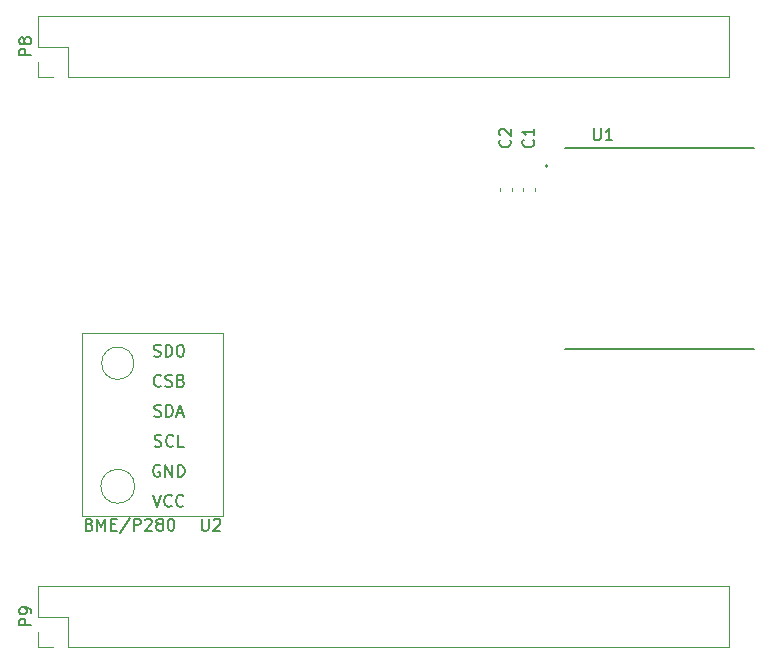
<source format=gbr>
%TF.GenerationSoftware,KiCad,Pcbnew,7.0.9*%
%TF.CreationDate,2024-01-08T22:22:32+01:00*%
%TF.ProjectId,BeaglebonePCBma_yC,42656167-6c65-4626-9f6e-655043426d61,rev?*%
%TF.SameCoordinates,Original*%
%TF.FileFunction,Legend,Top*%
%TF.FilePolarity,Positive*%
%FSLAX46Y46*%
G04 Gerber Fmt 4.6, Leading zero omitted, Abs format (unit mm)*
G04 Created by KiCad (PCBNEW 7.0.9) date 2024-01-08 22:22:32*
%MOMM*%
%LPD*%
G01*
G04 APERTURE LIST*
%ADD10C,0.150000*%
%ADD11C,0.127000*%
%ADD12C,0.200000*%
%ADD13C,0.120000*%
G04 APERTURE END LIST*
D10*
X165453095Y-55479819D02*
X165453095Y-56289342D01*
X165453095Y-56289342D02*
X165500714Y-56384580D01*
X165500714Y-56384580D02*
X165548333Y-56432200D01*
X165548333Y-56432200D02*
X165643571Y-56479819D01*
X165643571Y-56479819D02*
X165834047Y-56479819D01*
X165834047Y-56479819D02*
X165929285Y-56432200D01*
X165929285Y-56432200D02*
X165976904Y-56384580D01*
X165976904Y-56384580D02*
X166024523Y-56289342D01*
X166024523Y-56289342D02*
X166024523Y-55479819D01*
X167024523Y-56479819D02*
X166453095Y-56479819D01*
X166738809Y-56479819D02*
X166738809Y-55479819D01*
X166738809Y-55479819D02*
X166643571Y-55622676D01*
X166643571Y-55622676D02*
X166548333Y-55717914D01*
X166548333Y-55717914D02*
X166453095Y-55765533D01*
X117809819Y-49303094D02*
X116809819Y-49303094D01*
X116809819Y-49303094D02*
X116809819Y-48922142D01*
X116809819Y-48922142D02*
X116857438Y-48826904D01*
X116857438Y-48826904D02*
X116905057Y-48779285D01*
X116905057Y-48779285D02*
X117000295Y-48731666D01*
X117000295Y-48731666D02*
X117143152Y-48731666D01*
X117143152Y-48731666D02*
X117238390Y-48779285D01*
X117238390Y-48779285D02*
X117286009Y-48826904D01*
X117286009Y-48826904D02*
X117333628Y-48922142D01*
X117333628Y-48922142D02*
X117333628Y-49303094D01*
X117238390Y-48160237D02*
X117190771Y-48255475D01*
X117190771Y-48255475D02*
X117143152Y-48303094D01*
X117143152Y-48303094D02*
X117047914Y-48350713D01*
X117047914Y-48350713D02*
X117000295Y-48350713D01*
X117000295Y-48350713D02*
X116905057Y-48303094D01*
X116905057Y-48303094D02*
X116857438Y-48255475D01*
X116857438Y-48255475D02*
X116809819Y-48160237D01*
X116809819Y-48160237D02*
X116809819Y-47969761D01*
X116809819Y-47969761D02*
X116857438Y-47874523D01*
X116857438Y-47874523D02*
X116905057Y-47826904D01*
X116905057Y-47826904D02*
X117000295Y-47779285D01*
X117000295Y-47779285D02*
X117047914Y-47779285D01*
X117047914Y-47779285D02*
X117143152Y-47826904D01*
X117143152Y-47826904D02*
X117190771Y-47874523D01*
X117190771Y-47874523D02*
X117238390Y-47969761D01*
X117238390Y-47969761D02*
X117238390Y-48160237D01*
X117238390Y-48160237D02*
X117286009Y-48255475D01*
X117286009Y-48255475D02*
X117333628Y-48303094D01*
X117333628Y-48303094D02*
X117428866Y-48350713D01*
X117428866Y-48350713D02*
X117619342Y-48350713D01*
X117619342Y-48350713D02*
X117714580Y-48303094D01*
X117714580Y-48303094D02*
X117762200Y-48255475D01*
X117762200Y-48255475D02*
X117809819Y-48160237D01*
X117809819Y-48160237D02*
X117809819Y-47969761D01*
X117809819Y-47969761D02*
X117762200Y-47874523D01*
X117762200Y-47874523D02*
X117714580Y-47826904D01*
X117714580Y-47826904D02*
X117619342Y-47779285D01*
X117619342Y-47779285D02*
X117428866Y-47779285D01*
X117428866Y-47779285D02*
X117333628Y-47826904D01*
X117333628Y-47826904D02*
X117286009Y-47874523D01*
X117286009Y-47874523D02*
X117238390Y-47969761D01*
X117809819Y-97563094D02*
X116809819Y-97563094D01*
X116809819Y-97563094D02*
X116809819Y-97182142D01*
X116809819Y-97182142D02*
X116857438Y-97086904D01*
X116857438Y-97086904D02*
X116905057Y-97039285D01*
X116905057Y-97039285D02*
X117000295Y-96991666D01*
X117000295Y-96991666D02*
X117143152Y-96991666D01*
X117143152Y-96991666D02*
X117238390Y-97039285D01*
X117238390Y-97039285D02*
X117286009Y-97086904D01*
X117286009Y-97086904D02*
X117333628Y-97182142D01*
X117333628Y-97182142D02*
X117333628Y-97563094D01*
X117809819Y-96515475D02*
X117809819Y-96324999D01*
X117809819Y-96324999D02*
X117762200Y-96229761D01*
X117762200Y-96229761D02*
X117714580Y-96182142D01*
X117714580Y-96182142D02*
X117571723Y-96086904D01*
X117571723Y-96086904D02*
X117381247Y-96039285D01*
X117381247Y-96039285D02*
X117000295Y-96039285D01*
X117000295Y-96039285D02*
X116905057Y-96086904D01*
X116905057Y-96086904D02*
X116857438Y-96134523D01*
X116857438Y-96134523D02*
X116809819Y-96229761D01*
X116809819Y-96229761D02*
X116809819Y-96420237D01*
X116809819Y-96420237D02*
X116857438Y-96515475D01*
X116857438Y-96515475D02*
X116905057Y-96563094D01*
X116905057Y-96563094D02*
X117000295Y-96610713D01*
X117000295Y-96610713D02*
X117238390Y-96610713D01*
X117238390Y-96610713D02*
X117333628Y-96563094D01*
X117333628Y-96563094D02*
X117381247Y-96515475D01*
X117381247Y-96515475D02*
X117428866Y-96420237D01*
X117428866Y-96420237D02*
X117428866Y-96229761D01*
X117428866Y-96229761D02*
X117381247Y-96134523D01*
X117381247Y-96134523D02*
X117333628Y-96086904D01*
X117333628Y-96086904D02*
X117238390Y-96039285D01*
X160314580Y-56446666D02*
X160362200Y-56494285D01*
X160362200Y-56494285D02*
X160409819Y-56637142D01*
X160409819Y-56637142D02*
X160409819Y-56732380D01*
X160409819Y-56732380D02*
X160362200Y-56875237D01*
X160362200Y-56875237D02*
X160266961Y-56970475D01*
X160266961Y-56970475D02*
X160171723Y-57018094D01*
X160171723Y-57018094D02*
X159981247Y-57065713D01*
X159981247Y-57065713D02*
X159838390Y-57065713D01*
X159838390Y-57065713D02*
X159647914Y-57018094D01*
X159647914Y-57018094D02*
X159552676Y-56970475D01*
X159552676Y-56970475D02*
X159457438Y-56875237D01*
X159457438Y-56875237D02*
X159409819Y-56732380D01*
X159409819Y-56732380D02*
X159409819Y-56637142D01*
X159409819Y-56637142D02*
X159457438Y-56494285D01*
X159457438Y-56494285D02*
X159505057Y-56446666D01*
X160409819Y-55494285D02*
X160409819Y-56065713D01*
X160409819Y-55779999D02*
X159409819Y-55779999D01*
X159409819Y-55779999D02*
X159552676Y-55875237D01*
X159552676Y-55875237D02*
X159647914Y-55970475D01*
X159647914Y-55970475D02*
X159695533Y-56065713D01*
X158344580Y-56446666D02*
X158392200Y-56494285D01*
X158392200Y-56494285D02*
X158439819Y-56637142D01*
X158439819Y-56637142D02*
X158439819Y-56732380D01*
X158439819Y-56732380D02*
X158392200Y-56875237D01*
X158392200Y-56875237D02*
X158296961Y-56970475D01*
X158296961Y-56970475D02*
X158201723Y-57018094D01*
X158201723Y-57018094D02*
X158011247Y-57065713D01*
X158011247Y-57065713D02*
X157868390Y-57065713D01*
X157868390Y-57065713D02*
X157677914Y-57018094D01*
X157677914Y-57018094D02*
X157582676Y-56970475D01*
X157582676Y-56970475D02*
X157487438Y-56875237D01*
X157487438Y-56875237D02*
X157439819Y-56732380D01*
X157439819Y-56732380D02*
X157439819Y-56637142D01*
X157439819Y-56637142D02*
X157487438Y-56494285D01*
X157487438Y-56494285D02*
X157535057Y-56446666D01*
X157535057Y-56065713D02*
X157487438Y-56018094D01*
X157487438Y-56018094D02*
X157439819Y-55922856D01*
X157439819Y-55922856D02*
X157439819Y-55684761D01*
X157439819Y-55684761D02*
X157487438Y-55589523D01*
X157487438Y-55589523D02*
X157535057Y-55541904D01*
X157535057Y-55541904D02*
X157630295Y-55494285D01*
X157630295Y-55494285D02*
X157725533Y-55494285D01*
X157725533Y-55494285D02*
X157868390Y-55541904D01*
X157868390Y-55541904D02*
X158439819Y-56113332D01*
X158439819Y-56113332D02*
X158439819Y-55494285D01*
X132258095Y-88532819D02*
X132258095Y-89342342D01*
X132258095Y-89342342D02*
X132305714Y-89437580D01*
X132305714Y-89437580D02*
X132353333Y-89485200D01*
X132353333Y-89485200D02*
X132448571Y-89532819D01*
X132448571Y-89532819D02*
X132639047Y-89532819D01*
X132639047Y-89532819D02*
X132734285Y-89485200D01*
X132734285Y-89485200D02*
X132781904Y-89437580D01*
X132781904Y-89437580D02*
X132829523Y-89342342D01*
X132829523Y-89342342D02*
X132829523Y-88532819D01*
X133258095Y-88628057D02*
X133305714Y-88580438D01*
X133305714Y-88580438D02*
X133400952Y-88532819D01*
X133400952Y-88532819D02*
X133639047Y-88532819D01*
X133639047Y-88532819D02*
X133734285Y-88580438D01*
X133734285Y-88580438D02*
X133781904Y-88628057D01*
X133781904Y-88628057D02*
X133829523Y-88723295D01*
X133829523Y-88723295D02*
X133829523Y-88818533D01*
X133829523Y-88818533D02*
X133781904Y-88961390D01*
X133781904Y-88961390D02*
X133210476Y-89532819D01*
X133210476Y-89532819D02*
X133829523Y-89532819D01*
X128702095Y-84008438D02*
X128606857Y-83960819D01*
X128606857Y-83960819D02*
X128464000Y-83960819D01*
X128464000Y-83960819D02*
X128321143Y-84008438D01*
X128321143Y-84008438D02*
X128225905Y-84103676D01*
X128225905Y-84103676D02*
X128178286Y-84198914D01*
X128178286Y-84198914D02*
X128130667Y-84389390D01*
X128130667Y-84389390D02*
X128130667Y-84532247D01*
X128130667Y-84532247D02*
X128178286Y-84722723D01*
X128178286Y-84722723D02*
X128225905Y-84817961D01*
X128225905Y-84817961D02*
X128321143Y-84913200D01*
X128321143Y-84913200D02*
X128464000Y-84960819D01*
X128464000Y-84960819D02*
X128559238Y-84960819D01*
X128559238Y-84960819D02*
X128702095Y-84913200D01*
X128702095Y-84913200D02*
X128749714Y-84865580D01*
X128749714Y-84865580D02*
X128749714Y-84532247D01*
X128749714Y-84532247D02*
X128559238Y-84532247D01*
X129178286Y-84960819D02*
X129178286Y-83960819D01*
X129178286Y-83960819D02*
X129749714Y-84960819D01*
X129749714Y-84960819D02*
X129749714Y-83960819D01*
X130225905Y-84960819D02*
X130225905Y-83960819D01*
X130225905Y-83960819D02*
X130464000Y-83960819D01*
X130464000Y-83960819D02*
X130606857Y-84008438D01*
X130606857Y-84008438D02*
X130702095Y-84103676D01*
X130702095Y-84103676D02*
X130749714Y-84198914D01*
X130749714Y-84198914D02*
X130797333Y-84389390D01*
X130797333Y-84389390D02*
X130797333Y-84532247D01*
X130797333Y-84532247D02*
X130749714Y-84722723D01*
X130749714Y-84722723D02*
X130702095Y-84817961D01*
X130702095Y-84817961D02*
X130606857Y-84913200D01*
X130606857Y-84913200D02*
X130464000Y-84960819D01*
X130464000Y-84960819D02*
X130225905Y-84960819D01*
X128249714Y-79833200D02*
X128392571Y-79880819D01*
X128392571Y-79880819D02*
X128630666Y-79880819D01*
X128630666Y-79880819D02*
X128725904Y-79833200D01*
X128725904Y-79833200D02*
X128773523Y-79785580D01*
X128773523Y-79785580D02*
X128821142Y-79690342D01*
X128821142Y-79690342D02*
X128821142Y-79595104D01*
X128821142Y-79595104D02*
X128773523Y-79499866D01*
X128773523Y-79499866D02*
X128725904Y-79452247D01*
X128725904Y-79452247D02*
X128630666Y-79404628D01*
X128630666Y-79404628D02*
X128440190Y-79357009D01*
X128440190Y-79357009D02*
X128344952Y-79309390D01*
X128344952Y-79309390D02*
X128297333Y-79261771D01*
X128297333Y-79261771D02*
X128249714Y-79166533D01*
X128249714Y-79166533D02*
X128249714Y-79071295D01*
X128249714Y-79071295D02*
X128297333Y-78976057D01*
X128297333Y-78976057D02*
X128344952Y-78928438D01*
X128344952Y-78928438D02*
X128440190Y-78880819D01*
X128440190Y-78880819D02*
X128678285Y-78880819D01*
X128678285Y-78880819D02*
X128821142Y-78928438D01*
X129249714Y-79880819D02*
X129249714Y-78880819D01*
X129249714Y-78880819D02*
X129487809Y-78880819D01*
X129487809Y-78880819D02*
X129630666Y-78928438D01*
X129630666Y-78928438D02*
X129725904Y-79023676D01*
X129725904Y-79023676D02*
X129773523Y-79118914D01*
X129773523Y-79118914D02*
X129821142Y-79309390D01*
X129821142Y-79309390D02*
X129821142Y-79452247D01*
X129821142Y-79452247D02*
X129773523Y-79642723D01*
X129773523Y-79642723D02*
X129725904Y-79737961D01*
X129725904Y-79737961D02*
X129630666Y-79833200D01*
X129630666Y-79833200D02*
X129487809Y-79880819D01*
X129487809Y-79880819D02*
X129249714Y-79880819D01*
X130202095Y-79595104D02*
X130678285Y-79595104D01*
X130106857Y-79880819D02*
X130440190Y-78880819D01*
X130440190Y-78880819D02*
X130773523Y-79880819D01*
X128202095Y-74753200D02*
X128344952Y-74800819D01*
X128344952Y-74800819D02*
X128583047Y-74800819D01*
X128583047Y-74800819D02*
X128678285Y-74753200D01*
X128678285Y-74753200D02*
X128725904Y-74705580D01*
X128725904Y-74705580D02*
X128773523Y-74610342D01*
X128773523Y-74610342D02*
X128773523Y-74515104D01*
X128773523Y-74515104D02*
X128725904Y-74419866D01*
X128725904Y-74419866D02*
X128678285Y-74372247D01*
X128678285Y-74372247D02*
X128583047Y-74324628D01*
X128583047Y-74324628D02*
X128392571Y-74277009D01*
X128392571Y-74277009D02*
X128297333Y-74229390D01*
X128297333Y-74229390D02*
X128249714Y-74181771D01*
X128249714Y-74181771D02*
X128202095Y-74086533D01*
X128202095Y-74086533D02*
X128202095Y-73991295D01*
X128202095Y-73991295D02*
X128249714Y-73896057D01*
X128249714Y-73896057D02*
X128297333Y-73848438D01*
X128297333Y-73848438D02*
X128392571Y-73800819D01*
X128392571Y-73800819D02*
X128630666Y-73800819D01*
X128630666Y-73800819D02*
X128773523Y-73848438D01*
X129202095Y-74800819D02*
X129202095Y-73800819D01*
X129202095Y-73800819D02*
X129440190Y-73800819D01*
X129440190Y-73800819D02*
X129583047Y-73848438D01*
X129583047Y-73848438D02*
X129678285Y-73943676D01*
X129678285Y-73943676D02*
X129725904Y-74038914D01*
X129725904Y-74038914D02*
X129773523Y-74229390D01*
X129773523Y-74229390D02*
X129773523Y-74372247D01*
X129773523Y-74372247D02*
X129725904Y-74562723D01*
X129725904Y-74562723D02*
X129678285Y-74657961D01*
X129678285Y-74657961D02*
X129583047Y-74753200D01*
X129583047Y-74753200D02*
X129440190Y-74800819D01*
X129440190Y-74800819D02*
X129202095Y-74800819D01*
X130392571Y-73800819D02*
X130487809Y-73800819D01*
X130487809Y-73800819D02*
X130583047Y-73848438D01*
X130583047Y-73848438D02*
X130630666Y-73896057D01*
X130630666Y-73896057D02*
X130678285Y-73991295D01*
X130678285Y-73991295D02*
X130725904Y-74181771D01*
X130725904Y-74181771D02*
X130725904Y-74419866D01*
X130725904Y-74419866D02*
X130678285Y-74610342D01*
X130678285Y-74610342D02*
X130630666Y-74705580D01*
X130630666Y-74705580D02*
X130583047Y-74753200D01*
X130583047Y-74753200D02*
X130487809Y-74800819D01*
X130487809Y-74800819D02*
X130392571Y-74800819D01*
X130392571Y-74800819D02*
X130297333Y-74753200D01*
X130297333Y-74753200D02*
X130249714Y-74705580D01*
X130249714Y-74705580D02*
X130202095Y-74610342D01*
X130202095Y-74610342D02*
X130154476Y-74419866D01*
X130154476Y-74419866D02*
X130154476Y-74181771D01*
X130154476Y-74181771D02*
X130202095Y-73991295D01*
X130202095Y-73991295D02*
X130249714Y-73896057D01*
X130249714Y-73896057D02*
X130297333Y-73848438D01*
X130297333Y-73848438D02*
X130392571Y-73800819D01*
X122757238Y-89009009D02*
X122900095Y-89056628D01*
X122900095Y-89056628D02*
X122947714Y-89104247D01*
X122947714Y-89104247D02*
X122995333Y-89199485D01*
X122995333Y-89199485D02*
X122995333Y-89342342D01*
X122995333Y-89342342D02*
X122947714Y-89437580D01*
X122947714Y-89437580D02*
X122900095Y-89485200D01*
X122900095Y-89485200D02*
X122804857Y-89532819D01*
X122804857Y-89532819D02*
X122423905Y-89532819D01*
X122423905Y-89532819D02*
X122423905Y-88532819D01*
X122423905Y-88532819D02*
X122757238Y-88532819D01*
X122757238Y-88532819D02*
X122852476Y-88580438D01*
X122852476Y-88580438D02*
X122900095Y-88628057D01*
X122900095Y-88628057D02*
X122947714Y-88723295D01*
X122947714Y-88723295D02*
X122947714Y-88818533D01*
X122947714Y-88818533D02*
X122900095Y-88913771D01*
X122900095Y-88913771D02*
X122852476Y-88961390D01*
X122852476Y-88961390D02*
X122757238Y-89009009D01*
X122757238Y-89009009D02*
X122423905Y-89009009D01*
X123423905Y-89532819D02*
X123423905Y-88532819D01*
X123423905Y-88532819D02*
X123757238Y-89247104D01*
X123757238Y-89247104D02*
X124090571Y-88532819D01*
X124090571Y-88532819D02*
X124090571Y-89532819D01*
X124566762Y-89009009D02*
X124900095Y-89009009D01*
X125042952Y-89532819D02*
X124566762Y-89532819D01*
X124566762Y-89532819D02*
X124566762Y-88532819D01*
X124566762Y-88532819D02*
X125042952Y-88532819D01*
X126185809Y-88485200D02*
X125328667Y-89770914D01*
X126519143Y-89532819D02*
X126519143Y-88532819D01*
X126519143Y-88532819D02*
X126900095Y-88532819D01*
X126900095Y-88532819D02*
X126995333Y-88580438D01*
X126995333Y-88580438D02*
X127042952Y-88628057D01*
X127042952Y-88628057D02*
X127090571Y-88723295D01*
X127090571Y-88723295D02*
X127090571Y-88866152D01*
X127090571Y-88866152D02*
X127042952Y-88961390D01*
X127042952Y-88961390D02*
X126995333Y-89009009D01*
X126995333Y-89009009D02*
X126900095Y-89056628D01*
X126900095Y-89056628D02*
X126519143Y-89056628D01*
X127471524Y-88628057D02*
X127519143Y-88580438D01*
X127519143Y-88580438D02*
X127614381Y-88532819D01*
X127614381Y-88532819D02*
X127852476Y-88532819D01*
X127852476Y-88532819D02*
X127947714Y-88580438D01*
X127947714Y-88580438D02*
X127995333Y-88628057D01*
X127995333Y-88628057D02*
X128042952Y-88723295D01*
X128042952Y-88723295D02*
X128042952Y-88818533D01*
X128042952Y-88818533D02*
X127995333Y-88961390D01*
X127995333Y-88961390D02*
X127423905Y-89532819D01*
X127423905Y-89532819D02*
X128042952Y-89532819D01*
X128614381Y-88961390D02*
X128519143Y-88913771D01*
X128519143Y-88913771D02*
X128471524Y-88866152D01*
X128471524Y-88866152D02*
X128423905Y-88770914D01*
X128423905Y-88770914D02*
X128423905Y-88723295D01*
X128423905Y-88723295D02*
X128471524Y-88628057D01*
X128471524Y-88628057D02*
X128519143Y-88580438D01*
X128519143Y-88580438D02*
X128614381Y-88532819D01*
X128614381Y-88532819D02*
X128804857Y-88532819D01*
X128804857Y-88532819D02*
X128900095Y-88580438D01*
X128900095Y-88580438D02*
X128947714Y-88628057D01*
X128947714Y-88628057D02*
X128995333Y-88723295D01*
X128995333Y-88723295D02*
X128995333Y-88770914D01*
X128995333Y-88770914D02*
X128947714Y-88866152D01*
X128947714Y-88866152D02*
X128900095Y-88913771D01*
X128900095Y-88913771D02*
X128804857Y-88961390D01*
X128804857Y-88961390D02*
X128614381Y-88961390D01*
X128614381Y-88961390D02*
X128519143Y-89009009D01*
X128519143Y-89009009D02*
X128471524Y-89056628D01*
X128471524Y-89056628D02*
X128423905Y-89151866D01*
X128423905Y-89151866D02*
X128423905Y-89342342D01*
X128423905Y-89342342D02*
X128471524Y-89437580D01*
X128471524Y-89437580D02*
X128519143Y-89485200D01*
X128519143Y-89485200D02*
X128614381Y-89532819D01*
X128614381Y-89532819D02*
X128804857Y-89532819D01*
X128804857Y-89532819D02*
X128900095Y-89485200D01*
X128900095Y-89485200D02*
X128947714Y-89437580D01*
X128947714Y-89437580D02*
X128995333Y-89342342D01*
X128995333Y-89342342D02*
X128995333Y-89151866D01*
X128995333Y-89151866D02*
X128947714Y-89056628D01*
X128947714Y-89056628D02*
X128900095Y-89009009D01*
X128900095Y-89009009D02*
X128804857Y-88961390D01*
X129614381Y-88532819D02*
X129709619Y-88532819D01*
X129709619Y-88532819D02*
X129804857Y-88580438D01*
X129804857Y-88580438D02*
X129852476Y-88628057D01*
X129852476Y-88628057D02*
X129900095Y-88723295D01*
X129900095Y-88723295D02*
X129947714Y-88913771D01*
X129947714Y-88913771D02*
X129947714Y-89151866D01*
X129947714Y-89151866D02*
X129900095Y-89342342D01*
X129900095Y-89342342D02*
X129852476Y-89437580D01*
X129852476Y-89437580D02*
X129804857Y-89485200D01*
X129804857Y-89485200D02*
X129709619Y-89532819D01*
X129709619Y-89532819D02*
X129614381Y-89532819D01*
X129614381Y-89532819D02*
X129519143Y-89485200D01*
X129519143Y-89485200D02*
X129471524Y-89437580D01*
X129471524Y-89437580D02*
X129423905Y-89342342D01*
X129423905Y-89342342D02*
X129376286Y-89151866D01*
X129376286Y-89151866D02*
X129376286Y-88913771D01*
X129376286Y-88913771D02*
X129423905Y-88723295D01*
X129423905Y-88723295D02*
X129471524Y-88628057D01*
X129471524Y-88628057D02*
X129519143Y-88580438D01*
X129519143Y-88580438D02*
X129614381Y-88532819D01*
X128273524Y-82373200D02*
X128416381Y-82420819D01*
X128416381Y-82420819D02*
X128654476Y-82420819D01*
X128654476Y-82420819D02*
X128749714Y-82373200D01*
X128749714Y-82373200D02*
X128797333Y-82325580D01*
X128797333Y-82325580D02*
X128844952Y-82230342D01*
X128844952Y-82230342D02*
X128844952Y-82135104D01*
X128844952Y-82135104D02*
X128797333Y-82039866D01*
X128797333Y-82039866D02*
X128749714Y-81992247D01*
X128749714Y-81992247D02*
X128654476Y-81944628D01*
X128654476Y-81944628D02*
X128464000Y-81897009D01*
X128464000Y-81897009D02*
X128368762Y-81849390D01*
X128368762Y-81849390D02*
X128321143Y-81801771D01*
X128321143Y-81801771D02*
X128273524Y-81706533D01*
X128273524Y-81706533D02*
X128273524Y-81611295D01*
X128273524Y-81611295D02*
X128321143Y-81516057D01*
X128321143Y-81516057D02*
X128368762Y-81468438D01*
X128368762Y-81468438D02*
X128464000Y-81420819D01*
X128464000Y-81420819D02*
X128702095Y-81420819D01*
X128702095Y-81420819D02*
X128844952Y-81468438D01*
X129844952Y-82325580D02*
X129797333Y-82373200D01*
X129797333Y-82373200D02*
X129654476Y-82420819D01*
X129654476Y-82420819D02*
X129559238Y-82420819D01*
X129559238Y-82420819D02*
X129416381Y-82373200D01*
X129416381Y-82373200D02*
X129321143Y-82277961D01*
X129321143Y-82277961D02*
X129273524Y-82182723D01*
X129273524Y-82182723D02*
X129225905Y-81992247D01*
X129225905Y-81992247D02*
X129225905Y-81849390D01*
X129225905Y-81849390D02*
X129273524Y-81658914D01*
X129273524Y-81658914D02*
X129321143Y-81563676D01*
X129321143Y-81563676D02*
X129416381Y-81468438D01*
X129416381Y-81468438D02*
X129559238Y-81420819D01*
X129559238Y-81420819D02*
X129654476Y-81420819D01*
X129654476Y-81420819D02*
X129797333Y-81468438D01*
X129797333Y-81468438D02*
X129844952Y-81516057D01*
X130749714Y-82420819D02*
X130273524Y-82420819D01*
X130273524Y-82420819D02*
X130273524Y-81420819D01*
X128130667Y-86500819D02*
X128464000Y-87500819D01*
X128464000Y-87500819D02*
X128797333Y-86500819D01*
X129702095Y-87405580D02*
X129654476Y-87453200D01*
X129654476Y-87453200D02*
X129511619Y-87500819D01*
X129511619Y-87500819D02*
X129416381Y-87500819D01*
X129416381Y-87500819D02*
X129273524Y-87453200D01*
X129273524Y-87453200D02*
X129178286Y-87357961D01*
X129178286Y-87357961D02*
X129130667Y-87262723D01*
X129130667Y-87262723D02*
X129083048Y-87072247D01*
X129083048Y-87072247D02*
X129083048Y-86929390D01*
X129083048Y-86929390D02*
X129130667Y-86738914D01*
X129130667Y-86738914D02*
X129178286Y-86643676D01*
X129178286Y-86643676D02*
X129273524Y-86548438D01*
X129273524Y-86548438D02*
X129416381Y-86500819D01*
X129416381Y-86500819D02*
X129511619Y-86500819D01*
X129511619Y-86500819D02*
X129654476Y-86548438D01*
X129654476Y-86548438D02*
X129702095Y-86596057D01*
X130702095Y-87405580D02*
X130654476Y-87453200D01*
X130654476Y-87453200D02*
X130511619Y-87500819D01*
X130511619Y-87500819D02*
X130416381Y-87500819D01*
X130416381Y-87500819D02*
X130273524Y-87453200D01*
X130273524Y-87453200D02*
X130178286Y-87357961D01*
X130178286Y-87357961D02*
X130130667Y-87262723D01*
X130130667Y-87262723D02*
X130083048Y-87072247D01*
X130083048Y-87072247D02*
X130083048Y-86929390D01*
X130083048Y-86929390D02*
X130130667Y-86738914D01*
X130130667Y-86738914D02*
X130178286Y-86643676D01*
X130178286Y-86643676D02*
X130273524Y-86548438D01*
X130273524Y-86548438D02*
X130416381Y-86500819D01*
X130416381Y-86500819D02*
X130511619Y-86500819D01*
X130511619Y-86500819D02*
X130654476Y-86548438D01*
X130654476Y-86548438D02*
X130702095Y-86596057D01*
X128797333Y-77245580D02*
X128749714Y-77293200D01*
X128749714Y-77293200D02*
X128606857Y-77340819D01*
X128606857Y-77340819D02*
X128511619Y-77340819D01*
X128511619Y-77340819D02*
X128368762Y-77293200D01*
X128368762Y-77293200D02*
X128273524Y-77197961D01*
X128273524Y-77197961D02*
X128225905Y-77102723D01*
X128225905Y-77102723D02*
X128178286Y-76912247D01*
X128178286Y-76912247D02*
X128178286Y-76769390D01*
X128178286Y-76769390D02*
X128225905Y-76578914D01*
X128225905Y-76578914D02*
X128273524Y-76483676D01*
X128273524Y-76483676D02*
X128368762Y-76388438D01*
X128368762Y-76388438D02*
X128511619Y-76340819D01*
X128511619Y-76340819D02*
X128606857Y-76340819D01*
X128606857Y-76340819D02*
X128749714Y-76388438D01*
X128749714Y-76388438D02*
X128797333Y-76436057D01*
X129178286Y-77293200D02*
X129321143Y-77340819D01*
X129321143Y-77340819D02*
X129559238Y-77340819D01*
X129559238Y-77340819D02*
X129654476Y-77293200D01*
X129654476Y-77293200D02*
X129702095Y-77245580D01*
X129702095Y-77245580D02*
X129749714Y-77150342D01*
X129749714Y-77150342D02*
X129749714Y-77055104D01*
X129749714Y-77055104D02*
X129702095Y-76959866D01*
X129702095Y-76959866D02*
X129654476Y-76912247D01*
X129654476Y-76912247D02*
X129559238Y-76864628D01*
X129559238Y-76864628D02*
X129368762Y-76817009D01*
X129368762Y-76817009D02*
X129273524Y-76769390D01*
X129273524Y-76769390D02*
X129225905Y-76721771D01*
X129225905Y-76721771D02*
X129178286Y-76626533D01*
X129178286Y-76626533D02*
X129178286Y-76531295D01*
X129178286Y-76531295D02*
X129225905Y-76436057D01*
X129225905Y-76436057D02*
X129273524Y-76388438D01*
X129273524Y-76388438D02*
X129368762Y-76340819D01*
X129368762Y-76340819D02*
X129606857Y-76340819D01*
X129606857Y-76340819D02*
X129749714Y-76388438D01*
X130511619Y-76817009D02*
X130654476Y-76864628D01*
X130654476Y-76864628D02*
X130702095Y-76912247D01*
X130702095Y-76912247D02*
X130749714Y-77007485D01*
X130749714Y-77007485D02*
X130749714Y-77150342D01*
X130749714Y-77150342D02*
X130702095Y-77245580D01*
X130702095Y-77245580D02*
X130654476Y-77293200D01*
X130654476Y-77293200D02*
X130559238Y-77340819D01*
X130559238Y-77340819D02*
X130178286Y-77340819D01*
X130178286Y-77340819D02*
X130178286Y-76340819D01*
X130178286Y-76340819D02*
X130511619Y-76340819D01*
X130511619Y-76340819D02*
X130606857Y-76388438D01*
X130606857Y-76388438D02*
X130654476Y-76436057D01*
X130654476Y-76436057D02*
X130702095Y-76531295D01*
X130702095Y-76531295D02*
X130702095Y-76626533D01*
X130702095Y-76626533D02*
X130654476Y-76721771D01*
X130654476Y-76721771D02*
X130606857Y-76769390D01*
X130606857Y-76769390D02*
X130511619Y-76817009D01*
X130511619Y-76817009D02*
X130178286Y-76817009D01*
D11*
%TO.C,U1*%
X163040000Y-57160000D02*
X179040000Y-57160000D01*
X163040000Y-74160000D02*
X179040000Y-74160000D01*
D12*
X161564000Y-58660000D02*
G75*
G03*
X161564000Y-58660000I-100000J0D01*
G01*
D13*
%TO.C,P8*%
X118355000Y-51165000D02*
X118355000Y-49835000D01*
X119685000Y-51165000D02*
X118355000Y-51165000D01*
X120955000Y-51165000D02*
X176895000Y-51165000D01*
X120955000Y-51165000D02*
X120955000Y-48565000D01*
X176895000Y-51165000D02*
X176895000Y-45965000D01*
X118355000Y-48565000D02*
X118355000Y-45965000D01*
X120955000Y-48565000D02*
X118355000Y-48565000D01*
X118355000Y-45965000D02*
X176895000Y-45965000D01*
%TO.C,P9*%
X118355000Y-99425000D02*
X118355000Y-98095000D01*
X119685000Y-99425000D02*
X118355000Y-99425000D01*
X120955000Y-99425000D02*
X176895000Y-99425000D01*
X120955000Y-99425000D02*
X120955000Y-96825000D01*
X176895000Y-99425000D02*
X176895000Y-94225000D01*
X118355000Y-96825000D02*
X118355000Y-94225000D01*
X120955000Y-96825000D02*
X118355000Y-96825000D01*
X118355000Y-94225000D02*
X176895000Y-94225000D01*
%TO.C,C1*%
X160510000Y-60770580D02*
X160510000Y-60489420D01*
X159490000Y-60770580D02*
X159490000Y-60489420D01*
%TO.C,C2*%
X158510000Y-60770580D02*
X158510000Y-60489420D01*
X157490000Y-60770580D02*
X157490000Y-60489420D01*
%TO.C,U2*%
X134036000Y-88316000D02*
X134036000Y-72822000D01*
X134036000Y-72822000D02*
X122098000Y-72822000D01*
X122098000Y-88316000D02*
X134036000Y-88316000D01*
X122098000Y-72822000D02*
X122098000Y-88316000D01*
X126582841Y-85776000D02*
G75*
G03*
X126582841Y-85776000I-1436841J0D01*
G01*
X126513832Y-75362000D02*
G75*
G03*
X126513832Y-75362000I-1367832J0D01*
G01*
%TD*%
M02*

</source>
